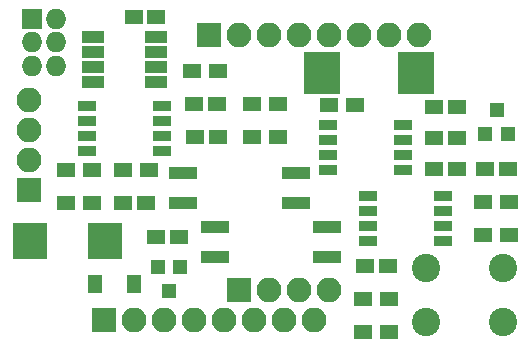
<source format=gts>
G04 #@! TF.FileFunction,Soldermask,Top*
%FSLAX46Y46*%
G04 Gerber Fmt 4.6, Leading zero omitted, Abs format (unit mm)*
G04 Created by KiCad (PCBNEW 4.0.7) date 07/23/18 00:28:13*
%MOMM*%
%LPD*%
G01*
G04 APERTURE LIST*
%ADD10C,0.100000*%
%ADD11R,2.100000X2.100000*%
%ADD12O,2.100000X2.100000*%
%ADD13C,2.400000*%
%ADD14R,1.543000X0.908000*%
%ADD15R,1.600000X1.150000*%
%ADD16R,1.600000X1.300000*%
%ADD17R,1.300000X1.600000*%
%ADD18R,2.400000X1.040000*%
%ADD19R,1.200000X1.300000*%
%ADD20R,1.950000X1.000000*%
%ADD21R,1.750000X1.750000*%
%ADD22O,1.750000X1.750000*%
%ADD23R,2.950000X3.100000*%
%ADD24R,3.100000X3.600000*%
G04 APERTURE END LIST*
D10*
D11*
X142240000Y-99441000D03*
D12*
X142240000Y-96901000D03*
X142240000Y-94361000D03*
X142240000Y-91821000D03*
D13*
X182372000Y-106117000D03*
X182372000Y-110617000D03*
X175872000Y-106117000D03*
X175872000Y-110617000D03*
D14*
X173926500Y-93980000D03*
X173926500Y-95250000D03*
X173926500Y-96520000D03*
X173926500Y-97790000D03*
X167576500Y-97790000D03*
X167576500Y-96520000D03*
X167576500Y-95250000D03*
X167576500Y-93980000D03*
X177292000Y-99949000D03*
X177292000Y-101219000D03*
X177292000Y-102489000D03*
X177292000Y-103759000D03*
X170942000Y-103759000D03*
X170942000Y-102489000D03*
X170942000Y-101219000D03*
X170942000Y-99949000D03*
D15*
X176598500Y-95059500D03*
X178498500Y-95059500D03*
D16*
X150200000Y-97790000D03*
X152400000Y-97790000D03*
X161122000Y-94996000D03*
X163322000Y-94996000D03*
X169903500Y-92265500D03*
X167703500Y-92265500D03*
D15*
X158160800Y-92202000D03*
X156260800Y-92202000D03*
D16*
X156042000Y-89408000D03*
X158242000Y-89408000D03*
X161122000Y-92202000D03*
X163322000Y-92202000D03*
X180743500Y-100457000D03*
X182943500Y-100457000D03*
X147574000Y-97790000D03*
X145374000Y-97790000D03*
D14*
X153543000Y-92329000D03*
X153543000Y-93599000D03*
X153543000Y-94869000D03*
X153543000Y-96139000D03*
X147193000Y-96139000D03*
X147193000Y-94869000D03*
X147193000Y-93599000D03*
X147193000Y-92329000D03*
D16*
X180743500Y-103251000D03*
X182943500Y-103251000D03*
X172720000Y-111506000D03*
X170520000Y-111506000D03*
X172720000Y-108712000D03*
X170520000Y-108712000D03*
D17*
X147830000Y-107442000D03*
X151130000Y-107442000D03*
D18*
X155346000Y-98044000D03*
X155346000Y-100584000D03*
X164846000Y-100584000D03*
X164846000Y-98044000D03*
X167488000Y-105156000D03*
X167488000Y-102616000D03*
X157988000Y-102616000D03*
X157988000Y-105156000D03*
D15*
X158242000Y-94996000D03*
X156342000Y-94996000D03*
X150246000Y-100584000D03*
X152146000Y-100584000D03*
X178498500Y-92456000D03*
X176598500Y-92456000D03*
X180916500Y-97663000D03*
X182816500Y-97663000D03*
X176598500Y-97663000D03*
X178498500Y-97663000D03*
X170754000Y-105918000D03*
X172654000Y-105918000D03*
D19*
X180916500Y-94742000D03*
X182816500Y-94742000D03*
X181866500Y-92742000D03*
D15*
X154940000Y-103419156D03*
X153040000Y-103419156D03*
D19*
X155067000Y-106016556D03*
X153167000Y-106016556D03*
X154117000Y-108016556D03*
D11*
X157480000Y-86360000D03*
D12*
X160020000Y-86360000D03*
X162560000Y-86360000D03*
X165100000Y-86360000D03*
X167640000Y-86360000D03*
X170180000Y-86360000D03*
X172720000Y-86360000D03*
X175260000Y-86360000D03*
D11*
X148590000Y-110490000D03*
D12*
X151130000Y-110490000D03*
X153670000Y-110490000D03*
X156210000Y-110490000D03*
X158750000Y-110490000D03*
X161290000Y-110490000D03*
X163830000Y-110490000D03*
X166370000Y-110490000D03*
D11*
X160020000Y-107950000D03*
D12*
X162560000Y-107950000D03*
X165100000Y-107950000D03*
X167640000Y-107950000D03*
D15*
X153035000Y-84836000D03*
X151135000Y-84836000D03*
D16*
X145374000Y-100584000D03*
X147574000Y-100584000D03*
D20*
X147668000Y-86487000D03*
X147668000Y-87757000D03*
X147668000Y-89027000D03*
X147668000Y-90297000D03*
X153068000Y-90297000D03*
X153068000Y-89027000D03*
X153068000Y-87757000D03*
X153068000Y-86487000D03*
D21*
X142526000Y-84963000D03*
D22*
X144526000Y-84963000D03*
X142526000Y-86963000D03*
X144526000Y-86963000D03*
X142526000Y-88963000D03*
X144526000Y-88963000D03*
D23*
X142367000Y-103759000D03*
X148717000Y-103759000D03*
D24*
X167106000Y-89535000D03*
X175006000Y-89535000D03*
M02*

</source>
